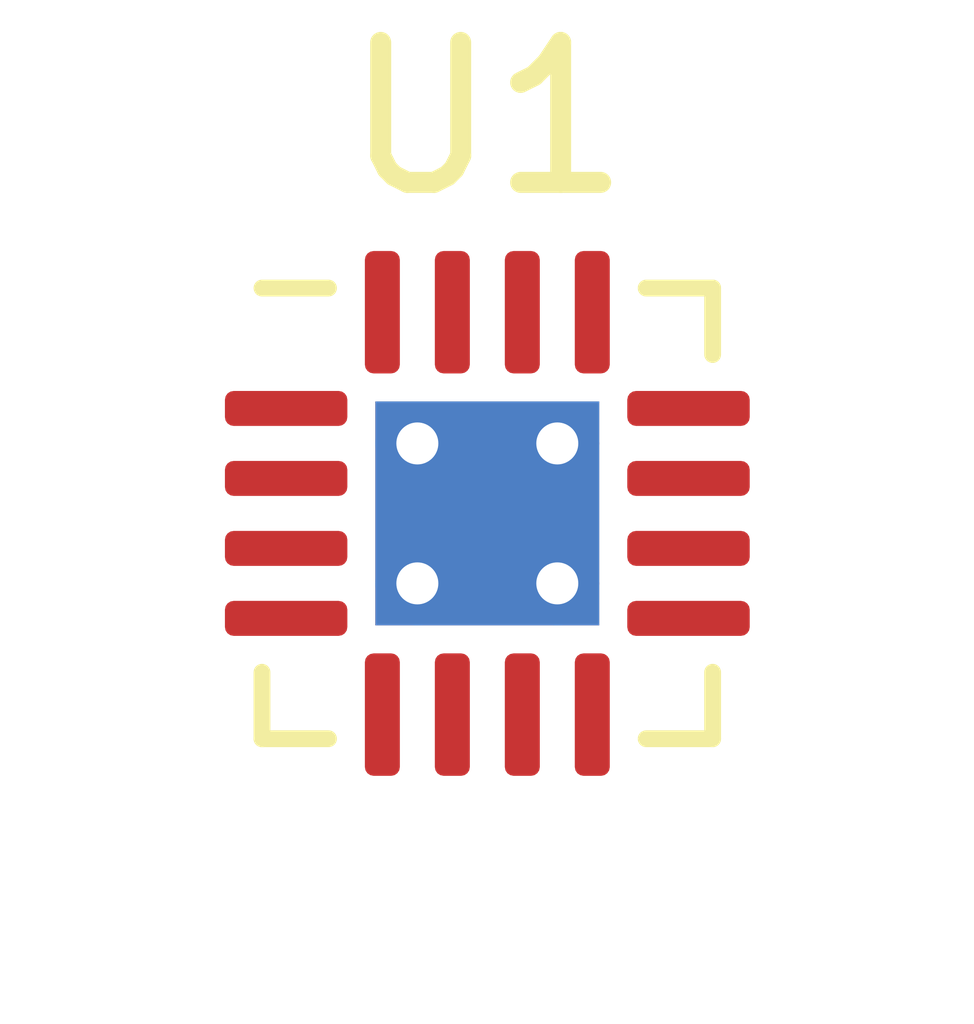
<source format=kicad_pcb>
(kicad_pcb (version 20171130) (host pcbnew "(5.1.8)-1")

  (general
    (thickness 1.6)
    (drawings 0)
    (tracks 0)
    (zones 0)
    (modules 1)
    (nets 18)
  )

  (page A4)
  (layers
    (0 F.Cu signal)
    (31 B.Cu signal)
    (32 B.Adhes user)
    (33 F.Adhes user)
    (34 B.Paste user)
    (35 F.Paste user)
    (36 B.SilkS user)
    (37 F.SilkS user)
    (38 B.Mask user)
    (39 F.Mask user)
    (40 Dwgs.User user)
    (41 Cmts.User user)
    (42 Eco1.User user)
    (43 Eco2.User user)
    (44 Edge.Cuts user)
    (45 Margin user)
    (46 B.CrtYd user)
    (47 F.CrtYd user)
    (48 B.Fab user)
    (49 F.Fab user)
  )

  (setup
    (last_trace_width 0.25)
    (trace_clearance 0.2)
    (zone_clearance 0.508)
    (zone_45_only no)
    (trace_min 0.2)
    (via_size 0.8)
    (via_drill 0.4)
    (via_min_size 0.4)
    (via_min_drill 0.3)
    (uvia_size 0.3)
    (uvia_drill 0.1)
    (uvias_allowed no)
    (uvia_min_size 0.2)
    (uvia_min_drill 0.1)
    (edge_width 0.05)
    (segment_width 0.2)
    (pcb_text_width 0.3)
    (pcb_text_size 1.5 1.5)
    (mod_edge_width 0.12)
    (mod_text_size 1 1)
    (mod_text_width 0.15)
    (pad_size 1.524 1.524)
    (pad_drill 0.762)
    (pad_to_mask_clearance 0)
    (aux_axis_origin 0 0)
    (visible_elements FFFFFF7F)
    (pcbplotparams
      (layerselection 0x010fc_ffffffff)
      (usegerberextensions false)
      (usegerberattributes true)
      (usegerberadvancedattributes true)
      (creategerberjobfile true)
      (excludeedgelayer true)
      (linewidth 0.100000)
      (plotframeref false)
      (viasonmask false)
      (mode 1)
      (useauxorigin false)
      (hpglpennumber 1)
      (hpglpenspeed 20)
      (hpglpendiameter 15.000000)
      (psnegative false)
      (psa4output false)
      (plotreference true)
      (plotvalue true)
      (plotinvisibletext false)
      (padsonsilk false)
      (subtractmaskfromsilk false)
      (outputformat 1)
      (mirror false)
      (drillshape 1)
      (scaleselection 1)
      (outputdirectory ""))
  )

  (net 0 "")
  (net 1 "Net-(U1-Pad17)")
  (net 2 "Net-(U1-Pad16)")
  (net 3 "Net-(U1-Pad15)")
  (net 4 "Net-(U1-Pad14)")
  (net 5 "Net-(U1-Pad13)")
  (net 6 "Net-(U1-Pad12)")
  (net 7 "Net-(U1-Pad11)")
  (net 8 "Net-(U1-Pad10)")
  (net 9 "Net-(U1-Pad9)")
  (net 10 "Net-(U1-Pad8)")
  (net 11 "Net-(U1-Pad7)")
  (net 12 "Net-(U1-Pad6)")
  (net 13 "Net-(U1-Pad5)")
  (net 14 "Net-(U1-Pad4)")
  (net 15 "Net-(U1-Pad3)")
  (net 16 "Net-(U1-Pad2)")
  (net 17 "Net-(U1-Pad1)")

  (net_class Default "This is the default net class."
    (clearance 0.2)
    (trace_width 0.25)
    (via_dia 0.8)
    (via_drill 0.4)
    (uvia_dia 0.3)
    (uvia_drill 0.1)
    (add_net "Net-(U1-Pad1)")
    (add_net "Net-(U1-Pad10)")
    (add_net "Net-(U1-Pad11)")
    (add_net "Net-(U1-Pad12)")
    (add_net "Net-(U1-Pad13)")
    (add_net "Net-(U1-Pad14)")
    (add_net "Net-(U1-Pad15)")
    (add_net "Net-(U1-Pad16)")
    (add_net "Net-(U1-Pad17)")
    (add_net "Net-(U1-Pad2)")
    (add_net "Net-(U1-Pad3)")
    (add_net "Net-(U1-Pad4)")
    (add_net "Net-(U1-Pad5)")
    (add_net "Net-(U1-Pad6)")
    (add_net "Net-(U1-Pad7)")
    (add_net "Net-(U1-Pad8)")
    (add_net "Net-(U1-Pad9)")
  )

  (module Package_CSP:LFCSP-16-1EP_3x3mm_P0.5mm_EP1.6x1.6mm_ThermalVias (layer F.Cu) (tedit 5DC5F696) (tstamp 60833568)
    (at 128.8 71.1)
    (descr "LFCSP, 16 Pin (https://www.analog.com/media/en/package-pcb-resources/package/pkg_pdf/lfcspcp/cp-16/CP_16_22.pdf), generated with kicad-footprint-generator ipc_noLead_generator.py")
    (tags "LFCSP NoLead")
    (path /6082F698)
    (attr smd)
    (fp_text reference U1 (at 0 -2.82) (layer F.SilkS)
      (effects (font (size 1 1) (thickness 0.15)))
    )
    (fp_text value LM51571 (at 0 2.82) (layer F.Fab)
      (effects (font (size 1 1) (thickness 0.15)))
    )
    (fp_text user %R (at 0 0) (layer F.Fab)
      (effects (font (size 0.75 0.75) (thickness 0.11)))
    )
    (fp_line (start 1.135 -1.61) (end 1.61 -1.61) (layer F.SilkS) (width 0.12))
    (fp_line (start 1.61 -1.61) (end 1.61 -1.135) (layer F.SilkS) (width 0.12))
    (fp_line (start -1.135 1.61) (end -1.61 1.61) (layer F.SilkS) (width 0.12))
    (fp_line (start -1.61 1.61) (end -1.61 1.135) (layer F.SilkS) (width 0.12))
    (fp_line (start 1.135 1.61) (end 1.61 1.61) (layer F.SilkS) (width 0.12))
    (fp_line (start 1.61 1.61) (end 1.61 1.135) (layer F.SilkS) (width 0.12))
    (fp_line (start -1.135 -1.61) (end -1.61 -1.61) (layer F.SilkS) (width 0.12))
    (fp_line (start -0.75 -1.5) (end 1.5 -1.5) (layer F.Fab) (width 0.1))
    (fp_line (start 1.5 -1.5) (end 1.5 1.5) (layer F.Fab) (width 0.1))
    (fp_line (start 1.5 1.5) (end -1.5 1.5) (layer F.Fab) (width 0.1))
    (fp_line (start -1.5 1.5) (end -1.5 -0.75) (layer F.Fab) (width 0.1))
    (fp_line (start -1.5 -0.75) (end -0.75 -1.5) (layer F.Fab) (width 0.1))
    (fp_line (start -2.12 -2.12) (end -2.12 2.12) (layer F.CrtYd) (width 0.05))
    (fp_line (start -2.12 2.12) (end 2.12 2.12) (layer F.CrtYd) (width 0.05))
    (fp_line (start 2.12 2.12) (end 2.12 -2.12) (layer F.CrtYd) (width 0.05))
    (fp_line (start 2.12 -2.12) (end -2.12 -2.12) (layer F.CrtYd) (width 0.05))
    (pad "" smd roundrect (at 0.4 0.4) (size 0.69 0.69) (layers F.Paste) (roundrect_rratio 0.25))
    (pad "" smd roundrect (at 0.4 -0.4) (size 0.69 0.69) (layers F.Paste) (roundrect_rratio 0.25))
    (pad "" smd roundrect (at -0.4 0.4) (size 0.69 0.69) (layers F.Paste) (roundrect_rratio 0.25))
    (pad "" smd roundrect (at -0.4 -0.4) (size 0.69 0.69) (layers F.Paste) (roundrect_rratio 0.25))
    (pad 17 smd rect (at 0 0) (size 1.6 1.6) (layers B.Cu)
      (net 1 "Net-(U1-Pad17)"))
    (pad 17 thru_hole circle (at 0.5 0.5) (size 0.6 0.6) (drill 0.3) (layers *.Cu)
      (net 1 "Net-(U1-Pad17)"))
    (pad 17 thru_hole circle (at -0.5 0.5) (size 0.6 0.6) (drill 0.3) (layers *.Cu)
      (net 1 "Net-(U1-Pad17)"))
    (pad 17 thru_hole circle (at 0.5 -0.5) (size 0.6 0.6) (drill 0.3) (layers *.Cu)
      (net 1 "Net-(U1-Pad17)"))
    (pad 17 thru_hole circle (at -0.5 -0.5) (size 0.6 0.6) (drill 0.3) (layers *.Cu)
      (net 1 "Net-(U1-Pad17)"))
    (pad 17 smd rect (at 0 0) (size 1.6 1.6) (layers F.Cu F.Mask)
      (net 1 "Net-(U1-Pad17)"))
    (pad 16 smd roundrect (at -0.75 -1.4375) (size 0.25 0.875) (layers F.Cu F.Paste F.Mask) (roundrect_rratio 0.25)
      (net 2 "Net-(U1-Pad16)"))
    (pad 15 smd roundrect (at -0.25 -1.4375) (size 0.25 0.875) (layers F.Cu F.Paste F.Mask) (roundrect_rratio 0.25)
      (net 3 "Net-(U1-Pad15)"))
    (pad 14 smd roundrect (at 0.25 -1.4375) (size 0.25 0.875) (layers F.Cu F.Paste F.Mask) (roundrect_rratio 0.25)
      (net 4 "Net-(U1-Pad14)"))
    (pad 13 smd roundrect (at 0.75 -1.4375) (size 0.25 0.875) (layers F.Cu F.Paste F.Mask) (roundrect_rratio 0.25)
      (net 5 "Net-(U1-Pad13)"))
    (pad 12 smd roundrect (at 1.4375 -0.75) (size 0.875 0.25) (layers F.Cu F.Paste F.Mask) (roundrect_rratio 0.25)
      (net 6 "Net-(U1-Pad12)"))
    (pad 11 smd roundrect (at 1.4375 -0.25) (size 0.875 0.25) (layers F.Cu F.Paste F.Mask) (roundrect_rratio 0.25)
      (net 7 "Net-(U1-Pad11)"))
    (pad 10 smd roundrect (at 1.4375 0.25) (size 0.875 0.25) (layers F.Cu F.Paste F.Mask) (roundrect_rratio 0.25)
      (net 8 "Net-(U1-Pad10)"))
    (pad 9 smd roundrect (at 1.4375 0.75) (size 0.875 0.25) (layers F.Cu F.Paste F.Mask) (roundrect_rratio 0.25)
      (net 9 "Net-(U1-Pad9)"))
    (pad 8 smd roundrect (at 0.75 1.4375) (size 0.25 0.875) (layers F.Cu F.Paste F.Mask) (roundrect_rratio 0.25)
      (net 10 "Net-(U1-Pad8)"))
    (pad 7 smd roundrect (at 0.25 1.4375) (size 0.25 0.875) (layers F.Cu F.Paste F.Mask) (roundrect_rratio 0.25)
      (net 11 "Net-(U1-Pad7)"))
    (pad 6 smd roundrect (at -0.25 1.4375) (size 0.25 0.875) (layers F.Cu F.Paste F.Mask) (roundrect_rratio 0.25)
      (net 12 "Net-(U1-Pad6)"))
    (pad 5 smd roundrect (at -0.75 1.4375) (size 0.25 0.875) (layers F.Cu F.Paste F.Mask) (roundrect_rratio 0.25)
      (net 13 "Net-(U1-Pad5)"))
    (pad 4 smd roundrect (at -1.4375 0.75) (size 0.875 0.25) (layers F.Cu F.Paste F.Mask) (roundrect_rratio 0.25)
      (net 14 "Net-(U1-Pad4)"))
    (pad 3 smd roundrect (at -1.4375 0.25) (size 0.875 0.25) (layers F.Cu F.Paste F.Mask) (roundrect_rratio 0.25)
      (net 15 "Net-(U1-Pad3)"))
    (pad 2 smd roundrect (at -1.4375 -0.25) (size 0.875 0.25) (layers F.Cu F.Paste F.Mask) (roundrect_rratio 0.25)
      (net 16 "Net-(U1-Pad2)"))
    (pad 1 smd roundrect (at -1.4375 -0.75) (size 0.875 0.25) (layers F.Cu F.Paste F.Mask) (roundrect_rratio 0.25)
      (net 17 "Net-(U1-Pad1)"))
    (model ${KISYS3DMOD}/Package_CSP.3dshapes/LFCSP-16-1EP_3x3mm_P0.5mm_EP1.6x1.6mm.wrl
      (at (xyz 0 0 0))
      (scale (xyz 1 1 1))
      (rotate (xyz 0 0 0))
    )
  )

)

</source>
